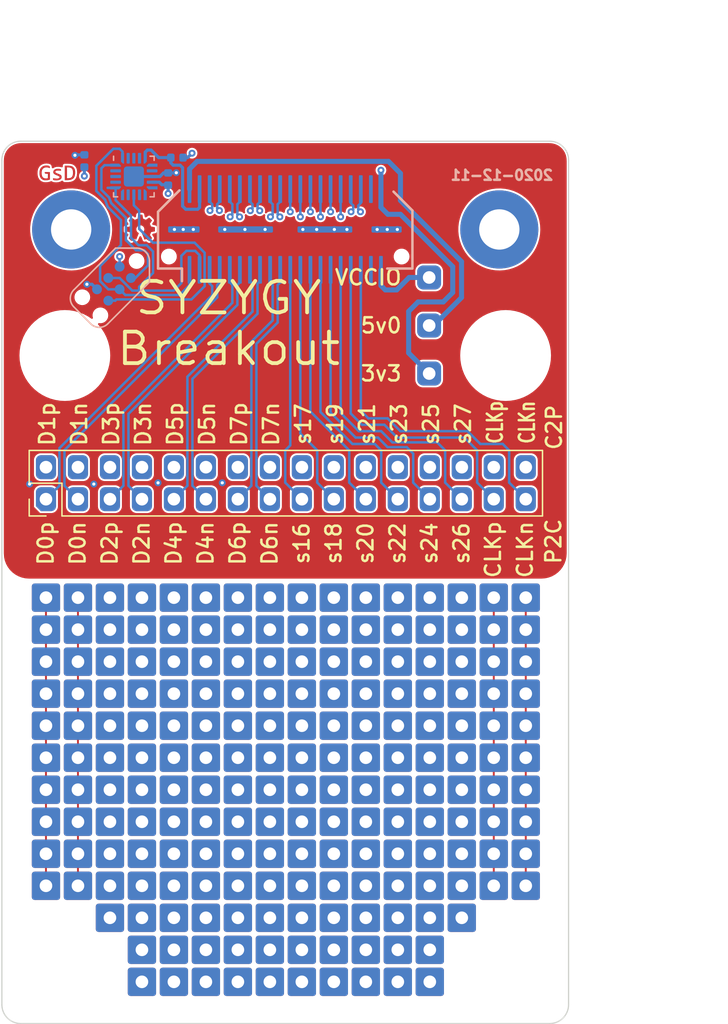
<source format=kicad_pcb>
(kicad_pcb (version 20201116) (generator pcbnew)
  (title_block (title "CAN Breakout") (date "2020-05-26") (rev "r1.0") (comment 1 "SYZYGY Pod"))
  (layers (0 "F.Cu" signal) (1 "In1.Cu" power) (2 "In2.Cu" signal) (31 "B.Cu" signal) (34 "B.Paste" user) (35 "F.Paste" user) (36 "B.SilkS" user "B.Silkscreen") (37 "F.SilkS" user "F.Silkscreen") (38 "B.Mask" user) (39 "F.Mask" user) (44 "Edge.Cuts" user))
  (net 0 "")
  (net 1 "GND")
  (net 2 "+3V3")
  (net 3 "/Peripheral MCU/MISO")
  (net 4 "/Peripheral MCU/~RESET")
  (net 5 "/SCL")
  (net 6 "/SDA")
  (net 7 "/RGA")
  (net 8 "/D0_P")
  (net 9 "/D1_P")
  (net 10 "/D0_N")
  (net 11 "/D1_N")
  (net 12 "/D2_P")
  (net 13 "/D3_P")
  (net 14 "/D2_N")
  (net 15 "+5V")
  (net 16 "/D3_N")
  (net 17 "/D4_P")
  (net 18 "/D5_P")
  (net 19 "/D4_N")
  (net 20 "/D5_N")
  (net 21 "/D6_P")
  (net 22 "/D7_P")
  (net 23 "/D6_N")
  (net 24 "/D7_N")
  (net 25 "/S16")
  (net 26 "/S17")
  (net 27 "/S18")
  (net 28 "/S19")
  (net 29 "/S20")
  (net 30 "/S21")
  (net 31 "/S22")
  (net 32 "/S23")
  (net 33 "/S24")
  (net 34 "/S25")
  (net 35 "/S26")
  (net 36 "/S27")
  (net 37 "/P2C_CLK_P")
  (net 38 "/C2P_CLK_P")
  (net 39 "/P2C_CLK_N")
  (net 40 "/C2P_CLK_N")
  (net 41 "no_connect_55")
  (net 42 "no_connect_56")
  (net 43 "no_connect_51")
  (net 44 "no_connect_52")
  (net 45 "no_connect_53")
  (net 46 "no_connect_54")
  (net 47 "Net-(U2-Pad2)")
  (net 48 "Net-(U2-Pad3)")
  (net 49 "Net-(U2-Pad4)")
  (net 50 "Net-(U2-Pad11)")
  (net 51 "Net-(U2-Pad12)")
  (net 52 "Net-(U2-Pad14)")
  (net 53 "Net-(U2-Pad15)")
  (net 54 "Net-(J1-Pad37)")
  (net 55 "Net-(J1-Pad38)")
  (net 56 "/VCCIO")
  (footprint "Connector_PinHeader_1.00mm:PinHeader_1x01_P1.00mm_Vertical" (layer "F.Cu") (at 126.24 117.41)
    (fp_text reference "" hide)
    (fp_text value "" hide)
  )
  (footprint "Connector_PinHeader_2.54mm:PinHeader_1x01_P2.54mm_Vertical" (layer "F.Cu") (at 141.43 92.01)
    (fp_text reference "J6" hide)
    (fp_text value "Conn_01x01_Male" hide)
  )
  (footprint "Connector_PinHeader_1.00mm:PinHeader_1x01_P1.00mm_Vertical" (layer "F.Cu") (at 138.94 119.95)
    (fp_text reference "" hide)
    (fp_text value "" hide)
  )
  (footprint "Connector_PinHeader_1.00mm:PinHeader_1x01_P1.00mm_Vertical" (layer "F.Cu") (at 131.32 137.73)
    (fp_text reference "" hide)
    (fp_text value "" hide)
  )
  (footprint "Connector_PinHeader_1.00mm:PinHeader_1x01_P1.00mm_Vertical" (layer "F.Cu") (at 149.1 132.65)
    (fp_text reference "" hide)
    (fp_text value "" hide)
  )
  (footprint "Connector_PinHeader_1.00mm:PinHeader_1x01_P1.00mm_Vertical" (layer "F.Cu") (at 138.94 142.81)
    (fp_text reference "" hide)
    (fp_text value "" hide)
  )
  (footprint "Connector_PinHeader_1.00mm:PinHeader_1x01_P1.00mm_Vertical" (layer "F.Cu") (at 121.16 130.11)
    (fp_text reference "" hide)
    (fp_text value "" hide)
  )
  (footprint "Connector_PinHeader_1.00mm:PinHeader_1x01_P1.00mm_Vertical" (layer "F.Cu") (at 144.02 140.27)
    (fp_text reference "" hide)
    (fp_text value "" hide)
  )
  (footprint "Connector_PinHeader_1.00mm:PinHeader_1x01_P1.00mm_Vertical" (layer "F.Cu") (at 141.48 145.35)
    (fp_text reference "" hide)
    (fp_text value "" hide)
  )
  (footprint "Connector_PinHeader_1.00mm:PinHeader_1x01_P1.00mm_Vertical" (layer "F.Cu") (at 123.7 145.35)
    (fp_text reference "" hide)
    (fp_text value "" hide)
  )
  (footprint "Connector_PinHeader_1.00mm:PinHeader_1x01_P1.00mm_Vertical" (layer "F.Cu") (at 111 137.73)
    (fp_text reference "" hide)
    (fp_text value "" hide)
  )
  (footprint "Connector_PinHeader_1.00mm:PinHeader_1x01_P1.00mm_Vertical" (layer "F.Cu") (at 128.78 130.11)
    (fp_text reference "" hide)
    (fp_text value "" hide)
  )
  (footprint "Connector_PinHeader_1.00mm:PinHeader_1x01_P1.00mm_Vertical" (layer "F.Cu") (at 116.08 122.49)
    (fp_text reference "" hide)
    (fp_text value "" hide)
  )
  (footprint "Connector_PinHeader_1.00mm:PinHeader_1x01_P1.00mm_Vertical" (layer "F.Cu") (at 113.54 125.03)
    (fp_text reference "" hide)
    (fp_text value "" hide)
  )
  (footprint "Connector_PinHeader_1.00mm:PinHeader_1x01_P1.00mm_Vertical" (layer "F.Cu") (at 141.48 125.03)
    (fp_text reference "" hide)
    (fp_text value "" hide)
  )
  (footprint "Connector_PinHeader_1.00mm:PinHeader_1x01_P1.00mm_Vertical" (layer "F.Cu") (at 146.56 117.41)
    (fp_text reference "" hide)
    (fp_text value "" hide)
  )
  (footprint "Connector_PinHeader_1.00mm:PinHeader_1x01_P1.00mm_Vertical" (layer "F.Cu") (at 133.86 122.49)
    (fp_text reference "" hide)
    (fp_text value "" hide)
  )
  (footprint "Connector_PinHeader_1.00mm:PinHeader_1x01_P1.00mm_Vertical" (layer "F.Cu") (at 138.94 117.41)
    (fp_text reference "" hide)
    (fp_text value "" hide)
  )
  (footprint "Connector_PinHeader_1.00mm:PinHeader_1x01_P1.00mm_Vertical" (layer "F.Cu") (at 136.4 132.65)
    (fp_text reference "" hide)
    (fp_text value "" hide)
  )
  (footprint "Connector_PinHeader_1.00mm:PinHeader_1x01_P1.00mm_Vertical" (layer "F.Cu") (at 123.7 130.11)
    (fp_text reference "" hide)
    (fp_text value "" hide)
  )
  (footprint "Connector_PinHeader_1.00mm:PinHeader_1x01_P1.00mm_Vertical" (layer "F.Cu") (at 111 135.19)
    (fp_text reference "" hide)
    (fp_text value "" hide)
  )
  (footprint "Connector_PinHeader_1.00mm:PinHeader_1x01_P1.00mm_Vertical" (layer "F.Cu") (at 123.7 122.49)
    (fp_text reference "" hide)
    (fp_text value "" hide)
  )
  (footprint "Connector_PinHeader_1.00mm:PinHeader_1x01_P1.00mm_Vertical" (layer "F.Cu") (at 116.08 130.11)
    (fp_text reference "" hide)
    (fp_text value "" hide)
  )
  (footprint "Connector_PinHeader_1.00mm:PinHeader_1x01_P1.00mm_Vertical" (layer "F.Cu") (at 141.48 142.81)
    (fp_text reference "" hide)
    (fp_text value "" hide)
  )
  (footprint "Connector_PinHeader_1.00mm:PinHeader_1x01_P1.00mm_Vertical" (layer "F.Cu") (at 123.7 119.95)
    (fp_text reference "" hide)
    (fp_text value "" hide)
  )
  (footprint "Connector_PinHeader_1.00mm:PinHeader_1x01_P1.00mm_Vertical" (layer "F.Cu") (at 138.94 135.19)
    (fp_text reference "" hide)
    (fp_text value "" hide)
  )
  (footprint "Connector_PinHeader_1.00mm:PinHeader_1x01_P1.00mm_Vertical" (layer "F.Cu") (at 144.02 127.57)
    (fp_text reference "" hide)
    (fp_text value "" hide)
  )
  (footprint "Connector_PinHeader_1.00mm:PinHeader_1x01_P1.00mm_Vertical" (layer "F.Cu") (at 121.16 117.41)
    (fp_text reference "" hide)
    (fp_text value "" hide)
  )
  (footprint "Connector_PinHeader_1.00mm:PinHeader_1x01_P1.00mm_Vertical" (layer "F.Cu") (at 131.32 130.11)
    (fp_text reference "" hide)
    (fp_text value "" hide)
  )
  (footprint "Connector_PinHeader_1.00mm:PinHeader_1x01_P1.00mm_Vertical" (layer "F.Cu") (at 121.16 137.73)
    (fp_text reference "" hide)
    (fp_text value "" hide)
  )
  (footprint "Connector_PinHeader_1.00mm:PinHeader_1x01_P1.00mm_Vertical" (layer "F.Cu") (at 123.7 125.03)
    (fp_text reference "" hide)
    (fp_text value "" hide)
  )
  (footprint "Connector_PinHeader_1.00mm:PinHeader_1x01_P1.00mm_Vertical" (layer "F.Cu") (at 118.62 137.73)
    (fp_text reference "" hide)
    (fp_text value "" hide)
  )
  (footprint "Connector_PinHeader_1.00mm:PinHeader_1x01_P1.00mm_Vertical" (layer "F.Cu") (at 126.24 130.11)
    (fp_text reference "" hide)
    (fp_text value "" hide)
  )
  (footprint "Connector_PinHeader_1.00mm:PinHeader_1x01_P1.00mm_Vertical" (layer "F.Cu") (at 136.4 125.03)
    (fp_text reference "" hide)
    (fp_text value "" hide)
  )
  (footprint "Connector_PinHeader_1.00mm:PinHeader_1x01_P1.00mm_Vertical" (layer "F.Cu") (at 131.32 140.27)
    (fp_text reference "" hide)
    (fp_text value "" hide)
  )
  (footprint "Connector_PinHeader_1.00mm:PinHeader_1x01_P1.00mm_Vertical" (layer "F.Cu") (at 141.48 137.73)
    (fp_text reference "" hide)
    (fp_text value "" hide)
  )
  (footprint "Connector_PinHeader_1.00mm:PinHeader_1x01_P1.00mm_Vertical" (layer "F.Cu") (at 146.56 130.11)
    (fp_text reference "" hide)
    (fp_text value "" hide)
  )
  (footprint "Connector_PinHeader_1.00mm:PinHeader_1x01_P1.00mm_Vertical" (layer "F.Cu") (at 144.02 130.11)
    (fp_text reference "" hide)
    (fp_text value "" hide)
  )
  (footprint "MountingHole:MountingHole_3.2mm_M3_DIN965" (layer "F.Cu") (at 147.5 98.2 90)
    (fp_text reference "H2" hide)
    (fp_text value "MountingHole" hide)
  )
  (footprint "Connector_PinHeader_1.00mm:PinHeader_1x01_P1.00mm_Vertical" (layer "F.Cu") (at 149.1 119.95)
    (fp_text reference "" hide)
    (fp_text value "" hide)
  )
  (footprint "Connector_PinHeader_1.00mm:PinHeader_1x01_P1.00mm_Vertical" (layer "F.Cu") (at 121.16 122.49)
    (fp_text reference "" hide)
    (fp_text value "" hide)
  )
  (footprint "MountingHole:MountingHole_3.2mm_M3_DIN965" (layer "F.Cu") (at 112.4 146.2 90)
    (fp_text reference "H3" hide)
    (fp_text value "MountingHole" hide)
  )
  (footprint "Connector_PinHeader_1.00mm:PinHeader_1x01_P1.00mm_Vertical" (layer "F.Cu") (at 131.32 145.35)
    (fp_text reference "" hide)
    (fp_text value "" hide)
  )
  (footprint "Connector_PinHeader_1.00mm:PinHeader_1x01_P1.00mm_Vertical" (layer "F.Cu") (at 111 132.65)
    (fp_text reference "" hide)
    (fp_text value "" hide)
  )
  (footprint "Connector_PinHeader_1.00mm:PinHeader_1x01_P1.00mm_Vertical" (layer "F.Cu") (at 136.4 122.49)
    (fp_text reference "" hide)
    (fp_text value "" hide)
  )
  (footprint "Connector_PinHeader_1.00mm:PinHeader_1x01_P1.00mm_Vertical" (layer "F.Cu") (at 118.62 135.19)
    (fp_text reference "" hide)
    (fp_text value "" hide)
  )
  (footprint "Connector_PinHeader_1.00mm:PinHeader_1x01_P1.00mm_Vertical" (layer "F.Cu") (at 116.08 142.81)
    (fp_text reference "" hide)
    (fp_text value "" hide)
  )
  (footprint "Connector_PinHeader_1.00mm:PinHeader_1x01_P1.00mm_Vertical" (layer "F.Cu") (at 128.78 140.27)
    (fp_text reference "" hide)
    (fp_text value "" hide)
  )
  (footprint "Connector_PinHeader_1.00mm:PinHeader_1x01_P1.00mm_Vertical" (layer "F.Cu") (at 136.4 140.27)
    (fp_text reference "" hide)
    (fp_text value "" hide)
  )
  (footprint "MountingHole:MountingHole_3.2mm_M3_DIN965" (layer "F.Cu") (at 112.5 98.2 90)
    (fp_text reference "H1" hide)
    (fp_text value "MountingHole" hide)
  )
  (footprint "Connector_PinHeader_1.00mm:PinHeader_1x01_P1.00mm_Vertical" (layer "F.Cu") (at 128.78 122.49)
    (fp_text reference "" hide)
    (fp_text value "" hide)
  )
  (footprint "Connector_PinHeader_1.00mm:PinHeader_1x01_P1.00mm_Vertical" (layer "F.Cu") (at 128.78 117.41)
    (fp_text reference "" hide)
    (fp_text value "" hide)
  )
  (footprint "Connector_PinHeader_1.00mm:PinHeader_1x01_P1.00mm_Vertical" (layer "F.Cu") (at 149.1 135.19)
    (fp_text reference "" hide)
    (fp_text value "" hide)
  )
  (footprint "Connector_PinHeader_1.00mm:PinHeader_1x01_P1.00mm_Vertical" (layer "F.Cu") (at 128.78 137.73)
    (fp_text reference "" hide)
    (fp_text value "" hide)
  )
  (footprint "Connector_PinHeader_1.00mm:PinHeader_1x01_P1.00mm_Vertical" (layer "F.Cu") (at 141.48 117.41)
    (fp_text reference "" hide)
    (fp_text value "" hide)
  )
  (footprint "Connector_PinHeader_1.00mm:PinHeader_1x01_P1.00mm_Vertical" (layer "F.Cu") (at 118.62 117.41)
    (fp_text reference "" hide)
    (fp_text value "" hide)
  )
  (footprint "Connector_PinHeader_1.00mm:PinHeader_1x01_P1.00mm_Vertical" (layer "F.Cu") (at 123.7 142.81)
    (fp_text reference "" hide)
    (fp_text value "" hide)
  )
  (footprint "Connector_PinHeader_1.00mm:PinHeader_1x01_P1.00mm_Vertical" (layer "F.Cu") (at 113.54 127.57)
    (fp_text reference "" hide)
    (fp_text value "" hide)
  )
  (footprint "Connector_PinHeader_1.00mm:PinHeader_1x01_P1.00mm_Vertical" (layer "F.Cu") (at 126.24 137.73)
    (fp_text reference "" hide)
    (fp_text value "" hide)
  )
  (footprint "Connector_PinHeader_1.00mm:PinHeader_1x01_P1.00mm_Vertical" (layer "F.Cu") (at 123.7 132.65)
    (fp_text reference "" hide)
    (fp_text value "" hide)
  )
  (footprint "Connector_PinHeader_1.00mm:PinHeader_1x01_P1.00mm_Vertical" (layer "F.Cu") (at 118.62 125.03)
    (fp_text reference "" hide)
    (fp_text value "" hide)
  )
  (footprint "Connector_PinHeader_1.00mm:PinHeader_1x01_P1.00mm_Vertical" (layer "F.Cu") (at 118.62 142.81)
    (fp_text reference "" hide)
    (fp_text value "" hide)
  )
  (footprint "Connector_PinHeader_1.00mm:PinHeader_1x01_P1.00mm_Vertical" (layer "F.Cu") (at 146.56 119.95)
    (fp_text reference "" hide)
    (fp_text value "" hide)
  )
  (footprint "Connector_PinHeader_1.00mm:PinHeader_1x01_P1.00mm_Vertical" (layer "F.Cu") (at 126.24 140.27)
    (fp_text reference "" hide)
    (fp_text value "" hide)
  )
  (footprint "Connector_PinHeader_1.00mm:PinHeader_1x01_P1.00mm_Vertical" (layer "F.Cu") (at 146.56 125.03)
    (fp_text reference "" hide)
    (fp_text value "" hide)
  )
  (footprint "Connector_PinHeader_1.00mm:PinHeader_1x01_P1.00mm_Vertical" (layer "F.Cu") (at 111 117.41)
    (fp_text reference "" hide)
    (fp_text value "" hide)
  )
  (footprint "Connector_PinHeader_1.00mm:PinHeader_1x01_P1.00mm_Vertical" (layer "F.Cu") (at 126.24 132.65)
    (fp_text reference "" hide)
    (fp_text value "" hide)
  )
  (footprint "Connector_PinHeader_1.00mm:PinHeader_1x01_P1.00mm_Vertical" (layer "F.Cu") (at 131.32 117.41)
    (fp_text reference "" hide)
    (fp_text value "" hide)
  )
  (footprint "Connector_PinHeader_1.00mm:PinHeader_1x01_P1.00mm_Vertical" (layer "F.Cu") (at 126.24 122.49)
    (fp_text reference "" hide)
    (fp_text value "" hide)
  )
  (footprint "Connector_PinHeader_1.00mm:PinHeader_1x01_P1.00mm_Vertical" (layer "F.Cu") (at 116.08 117.41)
    (fp_text reference "" hide)
    (fp_text value "" hide)
  )
  (footprint "Connector_PinHeader_1.00mm:PinHeader_1x01_P1.00mm_Vertical" (layer "F.Cu") (at 138.94 137.73)
    (fp_text reference "" hide)
    (fp_text value "" hide)
  )
  (footprint "Connector_PinHeader_1.00mm:PinHeader_1x01_P1.00mm_Vertical" (layer "F.Cu") (at 118.62 122.49)
    (fp_text reference "" hide)
    (fp_text value "" hide)
  )
  (footprint "Connector_PinHeader_1.00mm:PinHeader_1x01_P1.00mm_Vertical" (layer "F.Cu") (at 118.62 147.89)
    (fp_text reference "" hide)
    (fp_text value "" hide)
  )
  (footprint "Connector_PinHeader_1.00mm:PinHeader_1x01_P1.00mm_Vertical" (layer "F.Cu") (at 133.86 140.27)
    (fp_text reference "" hide)
    (fp_text value "" hide)
  )
  (footprint "Connector_PinHeader_1.00mm:PinHeader_1x01_P1.00mm_Vertical" (layer "F.Cu") (at 121.16 142.81)
    (fp_text reference "" hide)
    (fp_text value "" hide)
  )
  (footprint "Connector_PinHeader_1.00mm:PinHeader_1x01_P1.00mm_Vertical" (layer "F.Cu") (at 126.24 119.95)
    (fp_text reference "" hide)
    (fp_text value "" hide)
  )
  (footprint "Connector_PinHeader_1.00mm:PinHeader_1x01_P1.00mm_Vertical" (layer "F.Cu") (at 123.7 140.27)
    (fp_text reference "" hide)
    (fp_text value "" hide)
  )
  (footprint "Connector_PinHeader_1.00mm:PinHeader_1x01_P1.00mm_Vertical" (layer "F.Cu") (at 144.02 125.03)
    (fp_text reference "" hide)
    (fp_text value "" hide)
  )
  (footprint "Connector_PinHeader_1.00mm:PinHeader_1x01_P1.00mm_Vertical" (layer "F.Cu") (at 131.32 122.49)
    (fp_text reference "" hide)
    (fp_text value "" hide)
  )
  (footprint "gkl_logos:gsd_logo_small" (layer "F.Cu") (at 111.9 83.8)
    (fp_text reference "G***" hide)
    (fp_text value "LOGO" hide)
  )
  (footprint "Connector_PinHeader_1.00mm:PinHeader_1x01_P1.00mm_Vertical" (layer "F.Cu") (at 118.62 140.27)
    (fp_text reference "" hide)
    (fp_text value "" hide)
  )
  (footprint "Connector_PinHeader_1.00mm:PinHeader_1x01_P1.00mm_Vertical" (layer "F.Cu") (at 131.32 142.81)
    (fp_text reference "" hide)
    (fp_text value "" hide)
  )
  (footprint "Connector_PinHeader_1.00mm:PinHeader_1x01_P1.00mm_Vertical" (layer "F.Cu") (at 146.56 127.57)
    (fp_text reference "" hide)
    (fp_text value "" hide)
  )
  (footprint "Connector_PinHeader_1.00mm:PinHeader_1x01_P1.00mm_Vertical" (layer "F.Cu") (at 133.86 137.73)
    (fp_text reference "" hide)
    (fp_text value "" hide)
  )
  (footprint "Connector_PinHeader_1.00mm:PinHeader_1x01_P1.00mm_Vertical" (layer "F.Cu") (at 116.08 140.27)
    (fp_text reference "" hide)
    (fp_text value "" hide)
  )
  (footprint "Connector_PinHeader_1.00mm:PinHeader_1x01_P1.00mm_Vertical" (layer "F.Cu") (at 131.32 119.95)
    (fp_text reference "" hide)
    (fp_text value "" hide)
  )
  (footprint "Connector_PinHeader_1.00mm:PinHeader_1x01_P1.00mm_Vertical" (layer "F.Cu") (at 133.86 142.81)
    (fp_text reference "" hide)
    (fp_text value "" hide)
  )
  (footprint "Connector_PinHeader_1.00mm:PinHeader_1x01_P1.00mm_Vertical" (layer "F.Cu") (at 111 119.95)
    (fp_text reference "" hide)
    (fp_text value "" hide)
  )
  (footprint "Connector_PinHeader_1.00mm:PinHeader_1x01_P1.00mm_Vertical" (layer "F.Cu") (at 123.7 147.89)
    (fp_text reference "" hide)
    (fp_text value "" hide)
  )
  (footprint "Connector_PinHeader_1.00mm:PinHeader_1x01_P1.00mm_Vertical" (layer "F.Cu") (at 138.94 140.27)
    (fp_text reference "" hide)
    (fp_text value "" hide)
  )
  (footprint "Connector_PinHeader_1.00mm:PinHeader_1x01_P1.00mm_Vertical" (layer "F.Cu") (at 121.16 145.35)
    (fp_text reference "" hide)
    (fp_text value "" hide)
  )
  (footprint "Connector_PinHeader_1.00mm:PinHeader_1x01_P1.00mm_Vertical" (layer "F.Cu") (at 136.4 145.35)
    (fp_text reference "" hide)
    (fp_text value "" hide)
  )
  (footprint "Connector_PinHeader_1.00mm:PinHeader_1x01_P1.00mm_Vertical" (layer "F.Cu") (at 141.48 130.11)
    (fp_text reference "" hide)
    (fp_text value "" hide)
  )
  (footprint "Connector_PinHeader_1.00mm:PinHeader_1x01_P1.00mm_Vertical" (layer "F.Cu") (at 113.54 137.73)
    (fp_text reference "" hide)
    (fp_text value "" hide)
  )
  (footprint "Connector_PinHeader_1.00mm:PinHeader_1x01_P1.00mm_Vertical" (layer "F.Cu") (at 133.86 147.89)
    (fp_text reference "" hide)
    (fp_text value "" hide)
  )
  (footprint "Connector_PinHeader_1.00mm:PinHeader_1x01_P1.00mm_Vertical" (layer "F.Cu") (at 146.56 122.49)
    (fp_text reference "" hide)
    (fp_text value "" hide)
  )
  (footprint "Connector_PinHeader_1.00mm:PinHeader_1x01_P1.00mm_Vertical" (layer "F.Cu") (at 131.32 125.03)
    (fp_text reference "" hide)
    (fp_text value "" hide)
  )
  (footprint "Connector_PinHeader_1.00mm:PinHeader_1x01_P1.00mm_Vertical" (layer "F.Cu") (at 116.08 119.95)
    (fp_text reference "" hide)
    (fp_text value "" hide)
  )
  (footprint "Connector_PinHeader_1.00mm:PinHeader_1x01_P1.00mm_Vertical" (layer "F.Cu") (at 128.78 119.95)
    (fp_text reference "" hide)
    (fp_text value "" hide)
  )
  (footprint "Connector_PinHeader_1.00mm:PinHeader_1x01_P1.00mm_Vertical" (layer "F.Cu") (at 144.02 119.95)
    (fp_text reference "" hide)
    (fp_text value "" hide)
  )
  (footprint "Connector_PinHeader_1.00mm:PinHeader_1x01_P1.00mm_Vertical" (layer "F.Cu") (at 116.08 135.19)
    (fp_text reference "" hide)
    (fp_text value "" hide)
  )
  (footprint "Connector_PinHeader_1.00mm:PinHeader_1x01_P1.00mm_Vertical" (layer "F.Cu") (at 138.94 127.57)
    (fp_text reference "" hide)
    (fp_text value "" hide)
  )
  (footprint "Connector_PinHeader_1.00mm:PinHeader_1x01_P1.00mm_Vertical" (layer "F.Cu") (at 136.4 119.95)
    (fp_text reference "" hide)
    (fp_text value "" hide)
  )
  (footprint "Connector_PinHeader_1.00mm:PinHeader_1x01_P1.00mm_Vertical" (layer "F.Cu") (at 113.54 135.19)
    (fp_text reference "" hide)
    (fp_text value "" hide)
  )
  (footprint "Connector_PinHeader_1.00mm:PinHeader_1x01_P1.00mm_Vertical" (layer "F.Cu") (at 111 127.57)
    (fp_text reference "" hide)
    (fp_text value "" hide)
  )
  (footprint "Connector_PinHeader_1.00mm:PinHeader_1x01_P1.00mm_Vertical" (layer "F.Cu") (at 133.86 125.03)
    (fp_text reference "" hide)
    (fp_text value "" hide)
  )
  (footprint "Connector_PinHeader_1.00mm:PinHeader_1x01_P1.00mm_Vertical" (layer "F.Cu") (at 116.08 137.73)
    (fp_text reference "" hide)
    (fp_text value "" hide)
  )
  (footprint "Connector_PinHeader_1.00mm:PinHeader_1x01_P1.00mm_Vertical" (layer "F.Cu") (at 113.54 140.27)
    (fp_text reference "" hide)
    (fp_text value "" hide)
  )
  (footprint "Connector_PinHeader_1.00mm:PinHeader_1x01_P1.00mm_Vertical" (layer "F.Cu") (at 123.7 135.19)
    (fp_text reference "" hide)
    (fp_text value "" hide)
  )
  (footprint "Connector_PinHeader_1.00mm:PinHeader_1x01_P1.00mm_Vertical" (layer "F.Cu") (at 133.86 117.41)
    (fp_text reference "" hide)
    (fp_text value "" hide)
  )
  (footprint "Connector_PinHeader_1.00mm:PinHeader_1x01_P1.00mm_Vertical" (layer "F.Cu") (at 141.48 119.95)
    (fp_text reference "" hide)
    (fp_text value "" hide)
  )
  (footprint "Connector_PinHeader_1.00mm:PinHeader_1x01_P1.00mm_Vertical" (layer "F.Cu") (at 136.4 117.41)
    (fp_text reference "" hide)
    (fp_text value "" hide)
  )
  (footprint "Connector_PinHeader_1.00mm:PinHeader_1x01_P1.00mm_Vertical" (layer "F.Cu") (at 116.08 127.57)
    (fp_text reference "" hide)
    (fp_text value "" hide)
  )
  (footprint "Connector_PinHeader_1.00mm:PinHeader_1x01_P1.00mm_Vertical" (layer "F.Cu") (at 146.56 142.81)
    (fp_text reference "" hide)
    (fp_text value "" hide)
  )
  (footprint "Connector_PinHeader_1.00mm:PinHeader_1x01_P1.00mm_Vertical" (layer "F.Cu") (at 138.94 145.35)
    (fp_text reference "" hide)
    (fp_text value "" hide)
  )
  (footprint "Connector_PinHeader_1.00mm:PinHeader_1x01_P1.00mm_Vertical" (layer "F.Cu") (at 136.4 127.57)
    (fp_text reference "" hide)
    (fp_text value "" hide)
  )
  (footprint "Connector_PinHeader_1.00mm:PinHeader_1x01_P1.00mm_Vertical" (layer "F.Cu") (at 121.16 140.27)
    (fp_text reference "" hide)
    (fp_text value "" hide)
  )
  (footprint "Connector_PinHeader_1.00mm:PinHeader_1x01_P1.00mm_Vertical" (layer "F.Cu") (at 136.4 130.11)
    (fp_text reference "" hide)
    (fp_text value "" hide)
  )
  (footprint "Connector_PinHeader_1.00mm:PinHeader_1x01_P1.00mm_Vertical" (layer "F.Cu") (at 149.1 130.11)
    (fp_text reference "" hide)
    (fp_text value "" hide)
  )
  (footprint "Connector_PinHeader_1.00mm:PinHeader_1x01_P1.00mm_Vertical" (layer "F.Cu") (at 123.7 137.73)
    (fp_text reference "" hide)
    (fp_text value "" hide)
  )
  (footprint "Connector_PinHeader_1.00mm:PinHeader_1x01_P1.00mm_Vertical" (layer "F.Cu") (at 123.7 127.57)
    (fp_text reference "" hide)
    (fp_text value "" hide)
  )
  (footprint "Connector_PinHeader_1.00mm:PinHeader_1x01_P1.00mm_Vertical" (layer "F.Cu") (at 146.56 137.73)
    (fp_text reference "" hide)
    (fp_text value "" hide)
  )
  (footprint "Connector_PinHeader_1.00mm:PinHeader_1x01_P1.00mm_Vertical" (layer "F.Cu") (at 149.1 140.27)
    (fp_text reference "" hide)
    (fp_text value "" hide)
  )
  (footprint "Connector_PinHeader_1.00mm:PinHeader_1x01_P1.00mm_Vertical" (layer "F.Cu") (at 133.86 135.19)
    (fp_text reference "" hide)
    (fp_text value "" hide)
  )
  (footprint "Connector_PinHeader_1.00mm:PinHeader_1x01_P1.00mm_Vertical" (layer "F.Cu") (at 138.94 147.89)
    (fp_text reference "" hide)
    (fp_text value "" hide)
  )
  (footprint "Connector_PinHeader_1.00mm:PinHeader_1x01_P1.00mm_Vertical" (layer "F.Cu") (at 133.86 127.57)
    (fp_text reference "" hide)
    (fp_text value "" hide)
  )
  (footprint "Connector_PinHeader_1.00mm:PinHeader_1x01_P1.00mm_Vertical" (layer "F.Cu") (at 149.1 137.73)
    (fp_text reference "" hide)
    (fp_text value "" hide)
  )
  (footprint "Connector_PinHeader_1.00mm:PinHeader_1x01_P1.00mm_Vertical" (layer "F.Cu") (at 138.94 122.49)
    (fp_text reference "" hide)
    (fp_text value "" hide)
  )
  (footprint "Connector_PinHeader_1.00mm:PinHeader_1x01_P1.00mm_Vertical" (layer "F.Cu") (at 128.78 147.89)
    (fp_text reference "" hide)
    (fp_text value "" hide)
  )
  (footprint "MountingHole:MountingHole_3.2mm_M3_DIN965" (layer "F.Cu") (at 147.5 146.2 90)
    (fp_text reference "H4" hide)
    (fp_text value "MountingHole" hide)
  )
  (footprint "Connector_PinHeader_1.00mm:PinHeader_1x01_P1.00mm_Vertical" (layer "F.Cu") (at 131.32 127.57)
    (fp_text reference "" hide)
    (fp_text value "" hide)
  )
  (footprint "Connector_PinHeader_1.00mm:PinHeader_1x01_P1.00mm_Vertical" (layer "F.Cu") (at 141.48 122.49)
    (fp_text reference "" hide)
    (fp_text value "" hide)
  )
  (footprint "Connector_PinHeader_1.00mm:PinHeader_1x01_P1.00mm_Vertical" (layer "F.Cu") (at 128.78 142.81)
    (fp_text reference "" hide)
    (fp_text value "" hide)
  )
  (footprint "Connector_PinHeader_1.00mm:PinHeader_1x01_P1.00mm_Vertical" (layer "F.Cu") (at 126.24 127.57)
    (fp_text reference "" hide)
    (fp_text value "" hide)
  )
  (footprint "Connector_PinHeader_1.00mm:PinHeader_1x01_P1.00mm_Vertical" (layer "F.Cu") (at 138.94 125.03)
    (fp_text reference "" hide)
    (fp_text value "" hide)
  )
  (footprint "Connector_PinHeader_1.00mm:PinHeader_1x01_P1.00mm_Vertical" (layer "F.Cu") (at 141.48 140.27)
    (fp_text reference "" hide)
    (fp_text value "" hide)
  )
  (footprint "Connector_PinHeader_1.00mm:PinHeader_1x01_P1.00mm_Vertical" (layer "F.Cu") (at 149.1 125.03)
    (fp_text reference "" hide)
    (fp_text value "" hide)
  )
  (footprint "Connector_PinHeader_1.00mm:PinHeader_1x01_P1.00mm_Vertical" (layer "F.Cu") (at 131.32 135.19)
    (fp_text reference "" hide)
    (fp_text value "" hide)
  )
  (footprint "Connector_PinHeader_1.00mm:PinHeader_1x01_P1.00mm_Vertical" (layer "F.Cu") (at 144.02 135.19)
    (fp_text reference "" hide)
    (fp_text value "" hide)
  )
  (footprint "Connector_PinHeader_1.00mm:PinHeader_1x01_P1.00mm_Vertical" (layer "F.Cu") (at 149.1 117.41)
    (fp_text reference "" hide)
    (fp_text value "" hide)
  )
  (footprint "Connector_PinHeader_1.00mm:PinHeader_1x01_P1.00mm_Vertical" (layer "F.Cu") (at 136.4 142.81)
    (fp_text reference "" hide)
    (fp_text value "" hide)
  )
  (footprint "Connector_PinHeader_1.00mm:PinHeader_1x01_P1.00mm_Vertical" (layer "F.Cu") (at 111 125.03)
    (fp_text reference "" hide)
    (fp_text value "" hide)
  )
  (footprint "Connector_PinHeader_1.00mm:PinHeader_1x01_P1.00mm_Vertical" (layer "F.Cu") (at 113.54 122.49)
    (fp_text reference "" hide)
    (fp_text value "" hide)
  )
  (footprint "Connector_PinHeader_1.00mm:PinHeader_1x01_P1.00mm_Vertical" (layer "F.Cu") (at 136.4 137.73)
    (fp_text reference "" hide)
    (fp_text value "" hide)
  )
  (footprint "Connector_PinHeader_1.00mm:PinHeader_1x01_P1.00mm_Vertical" (layer "F.Cu") (at 133.86 145.35)
    (fp_text reference "" hide)
    (fp_text value "" hide)
  )
  (footprint "Connector_PinHeader_1.00mm:PinHeader_1x01_P1.00mm_Vertical" (layer "F.Cu") (at 121.16 132.65)
    (fp_text reference "" hide)
    (fp_text value "" hide)
  )
  (footprint "Connector_PinHeader_1.00mm:PinHeader_1x01_P1.00mm_Vertical" (layer "F.Cu") (at 116.08 132.65)
    (fp_text reference "" hide)
    (fp_text value "" hide)
  )
  (footprint "Connector_PinHeader_1.00mm:PinHeader_1x01_P1.00mm_Vertical" (layer "F.Cu") (at 116.08 125.03)
    (fp_text reference "" hide)
    (fp_text value "" hide)
  )
  (footprint "Connector_PinHeader_1.00mm:PinHeader_1x01_P1.00mm_Vertical" (layer "F.Cu") (at 128.78 132.65)
    (fp_text reference "" hide)
    (fp_text value "" hide)
  )
  (footprint "Connector_PinHeader_1.00mm:PinHeader_1x01_P1.00mm_Vertical" (layer "F.Cu") (at 118.62 130.11)
    (fp_text reference "" hide)
    (fp_text value "" hide)
  )
  (footprint "Connector_PinHeader_1.00mm:PinHeader_1x01_P1.00mm_Vertical" (layer "F.Cu") (at 118.62 132.65)
    (fp_text reference "" hide)
    (fp_text value "" hide)
  )
  (footprint "Connector_PinHeader_1.00mm:PinHeader_1x01_P1.00mm_Vertical" (layer "F.Cu") (at 111 130.11)
    (fp_text reference "" hide)
    (fp_text value "" hide)
  )
  (footprint "Connector_PinHeader_1.00mm:PinHeader_1x01_P1.00mm_Vertical" (layer "F.Cu") (at 146.56 135.19)
    (fp_text reference "" hide)
    (fp_text value "" hide)
  )
  (footprint "Connector_PinHeader_1.00mm:PinHeader_1x01_P1.00mm_Vertical" (layer "F.Cu") (at 141.48 127.57)
    (fp_text reference "" hide)
    (fp_text value "" hide)
  )
  (footprint "Connector_PinHeader_1.00mm:PinHeader_1x01_P1.00mm_Vertical" (layer "F.Cu") (at 128.78 127.57)
    (fp_text reference "" hide)
    (fp_text value "" hide)
  )
  (footprint "Connector_PinHeader_1.00mm:PinHeader_1x01_P1.00mm_Vertical" (layer "F.Cu") (at 141.48 147.89)
    (fp_text reference "" hide)
    (fp_text value "" hide)
  )
  (footprint "Connector_PinHeader_1.00mm:PinHeader_1x01_P1.00mm_Vertical" (layer "F.Cu") (at 136.4 147.89)
    (fp_text reference "" hide)
    (fp_text value "" hide)
  )
  (footprint "Connector_PinHeader_1.00mm:PinHeader_1x01_P1.00mm_Vertical" (layer "F.Cu") (at 128.78 135.19)
    (fp_text reference "" hide)
    (fp_text value "" hide)
  )
  (footprint "Connector_PinHeader_2.54mm:PinHeader_1x01_P2.54mm_Vertical" (layer "F.Cu") (at 141.43 95.82)
    (fp_text reference "J4" hide)
    (fp_text value "Conn_01x01_Male" hide)
  )
  (footprint "Connector_PinHeader_1.00mm:PinHeader_1x01_P1.00mm_Vertical" (layer "F.Cu") (at 141.48 132.65)
    (fp_text reference "" hide)
    (fp_text value "" hide)
  )
  (footprint "Connector_PinHeader_1.00mm:PinHeader_1x01_P1.00mm_Vertical" (layer "F.Cu") (at 146.56 140.27)
    (fp_text reference "" hide)
    (fp_text value "" hide)
  )
  (footprint "Connector_PinHeader_1.00mm:PinHeader_1x01_P1.00mm_Vertical" (layer "F.Cu") (at 133.86 132.65)
    (fp_text reference "" hide)
    (fp_text value "" hide)
  )
  (footprint "Connector_PinHeader_1.00mm:PinHeader_1x01_P1.00mm_Vertical" (layer "F.Cu") (at 126.24 142.81)
    (fp_text reference "" hide)
    (fp_text value "" hide)
  )
  (footprint "Connector_PinHeader_1.00mm:PinHeader_1x01_P1.00mm_Vertical" (layer "F.Cu") (at 126.24 125.03)
    (fp_text reference "" hide)
    (fp_text value "" hide)
  )
  (footprint "Connector_PinHeader_1.00mm:PinHeader_1x01_P1.00mm_Vertical" (layer "F.Cu") (at 131.32 147.89)
    (fp_text reference "" hide)
    (fp_text value "" hide)
  )
  (footprint "Connector_PinHeader_1.00mm:PinHeader_1x01_P1.00mm_Vertical" (layer "F.Cu") (at 144.02 142.81)
    (fp_text reference "" hide)
    (fp_text value "" hide)
  )
  (footprint "Connector_PinHeader_1.00mm:PinHeader_1x01_P1.00mm_Vertical" (layer "F.Cu") (at 121.16 147.89)
    (fp_text reference "" hide)
    (fp_text value "" hide)
  )
  (footprint "Connector_PinHeader_1.00mm:PinHeader_1x01_P1.00mm_Vertical" (layer "F.Cu") (at 138.94 130.11)
    (fp_text reference "" hide)
    (fp_text value "" hide)
  )
  (footprint "Connector_PinHeader_1.00mm:PinHeader_1x01_P1.00mm_Vertical" (layer "F.Cu") (at 113.54 130.11)
    (fp_text reference "" hide)
    (fp_text value "" hide)
  )
  (footprint "Connector_PinHeader_1.00mm:PinHeader_1x01_P1.00mm_Vertical" (layer "F.Cu") (at 126.24 145.35)
    (fp_text reference "" hide)
    (fp_text value "" hide)
  )
  (footprint "Connector_PinHeader_1.00mm:PinHeader_1x01_P1.00mm_Vertical" (layer "F.Cu") (at 121.16 135.19)
    (fp_text reference "" hide)
    (fp_text value "" hide)
  )
  (footprint "Connector_PinHeader_1.00mm:PinHeader_1x01_P1.00mm_Vertical" (layer "F.Cu") (at 126.24 147.89)
    (fp_text reference "" hide)
    (fp_text value "" hide)
  )
  (footprint "Connector_PinHeader_1.00mm:PinHeader_1x01_P1.00mm_Vertical" (layer "F.Cu") (at 144.02 132.65)
    (fp_text reference "" hide)
    (fp_text value "" hide)
  )
  (footprint "Connector_PinHeader_1.00mm:PinHeader_1x01_P1.00mm_Vertical" (layer "F.Cu") (at 113.54 117.41)
    (fp_text reference "" hide)
    (fp_text value "" hide)
  )
  (footprint "Connector_PinHeader_2.54mm:PinHeader_1x01_P2.54mm_Vertical" (layer "F.Cu") (at 141.43 99.63)
    (fp_text reference "J5" hide)
    (fp_text value "Conn_01x01_Male" hide)
  )
  (footprint "Connector_PinHeader_1.00mm:PinHeader_1x01_P1.00mm_Vertical" (layer "F.Cu") (at 121.16 127.57)
    (fp_text reference "" hide)
    (fp_text value "" hide)
  )
  (footprint "Connector_PinHeader_1.00mm:PinHeader_1x01_P1.00mm_Vertical" (layer "F.Cu") (at 128.78 145.35)
    (fp_text reference "" hide)
    (fp_text value "" hide)
  )
  (footprint "Connector_PinHeader_1.00mm:PinHeader_1x01_P1.00mm_Vertical" (layer "F.Cu") (at 133.86 119.95)
    (fp_text reference "" hide)
    (fp_text value "" hide)
  )
  (footprint "Connector_PinHeader_1.00mm:PinHeader_1x01_P1.00mm_Vertical" (layer "F.Cu") (at 128.78 125.03)
    (fp_text reference "" hide)
    (fp_text value "" hide)
  )
  (footprint "Connector_PinHeader_1.00mm:PinHeader_1x01_P1.00mm_Vertical" (layer "F.Cu") (at 144.02 117.41)
    (fp_text reference "" hide)
    (fp_text value "" hide)
  )
  (footprint "Connector_PinHeader_1.00mm:PinHeader_1x01_P1.00mm_Vertical" (layer "F.Cu") (at 121.16 119.95)
    (fp_text reference "" hide)
    (fp_text value "" hide)
  )
  (footprint "Connector_PinHeader_1.00mm:PinHeader_1x01_P1.00mm_Vertical" (layer "F.Cu") (at 113.54 132.65)
    (fp_text reference "" hide)
    (fp_text value "" hide)
  )
  (footprint "Connector_PinHeader_1.00mm:PinHeader_1x01_P1.00mm_Vertical" (layer "F.Cu") (at 131.32 132.65)
    (fp_text reference "" hide)
    (fp_text value "" hide)
  )
  (footprint "Connector_PinHeader_1.00mm:PinHeader_1x01_P1.00mm_Vertical" (layer "F.Cu") (at 136.4 135.19)
    (fp_text reference "" hide)
    (fp_text value "" hide)
  )
  (footprint "Connector_PinHeader_1.00mm:PinHeader_1x01_P1.00mm_Vertical" (layer "F.Cu") (at 111 140.27)
    (fp_text reference "" hide)
    (fp_text value "" hide)
  )
  (footprint "Connector_PinHeader_1.00mm:PinHeader_1x01_P1.00mm_Vertical" (layer "F.Cu") (at 141.48 135.19)
    (fp_text reference "" hide)
    (fp_text value "" hide)
  )
  (footprint "Connector_PinHeader_1.00mm:PinHeader_1x01_P1.00mm_Vertical" (layer "F.Cu") (at 113.54 119.95)
    (fp_text reference "" hide)
    (fp_text value "" hide)
  )
  (footprint "Connector_PinHeader_1.00mm:PinHeader_1x01_P1.00mm_Vertical" (layer "F.Cu") (at 118.62 119.95)
    (fp_text reference "" hide)
    (fp_text value "" hide)
  )
  (footprint "Connector_PinHeader_1.00mm:PinHeader_1x01_P1.00mm_Vertical" (layer "F.Cu") (at 146.56 132.65)
    (fp_text reference "" hide)
    (fp_text value "" hide)
  )
  (footprint "Connector_PinHeader_2.54mm:PinHeader_2x16_P2.54mm_Vertical" (layer "F.Cu") (at 111 109.6 90)
    (fp_text reference "J2" hide)
    (fp_text value "Conn_02x16_Odd_Even" hide)
  )
  (footprint "Connector_PinHeader_1.00mm:PinHeader_1x01_P1.00mm_Vertical" (layer "F.Cu") (at 123.7 117.41)
    (fp_text reference "" hide)
    (fp_text value "" hide)
  )
  (footprint "gkl_logos:oshw_small" (layer "F.Cu") (at 118.5 88.1)
    (fp_text reference "G***" hide)
    (fp_text value "LOGO" hide)
  )
  (footprint "Connector_PinHeader_1.00mm:PinHeader_1x01_P1.00mm_Vertical" (layer "F.Cu") (at 118.62 127.57)
    (fp_text reference "" hide)
    (fp_text value "" hide)
  )
  (footprint "Connector_PinHeader_1.00mm:PinHeader_1x01_P1.00mm_Vertical" (layer "F.Cu") (at 133.86 130.11)
    (fp_text reference "" hide)
    (fp_text value "" hide)
  )
  (footprint "Connector_PinHeader_1.00mm:PinHeader_1x01_P1.00mm_Vertical" (layer "F.Cu") (at 126.24 135.19)
    (fp_text reference "" hide)
    (fp_text value "" hide)
  )
  (footprint "Connector_PinHeader_1.00mm:PinHeader_1x01_P1.00mm_Vertical" (layer "F.Cu") (at 121.16 125.03)
    (fp_text reference "" hide)
    (fp_text value "" hide)
  )
  (footprint "Connector_PinHeader_1.00mm:PinHeader_1x01_P1.00mm_Vertical" (layer "F.Cu") (at 144.02 137.73)
    (fp_text reference "" hide)
    (fp_text value "" hide)
  )
  (footprint "Connector_PinHeader_1.00mm:PinHeader_1x01_P1.00mm_Vertical" (layer "F.Cu") (at 118.62 145.35)
    (fp_text reference "" hide)
    (fp_text value "" hide)
  )
  (footprint "Connector_PinHeader_1.00mm:PinHeader_1x01_P1.00mm_Vertical" (layer "F.Cu") (at 149.1 122.49)
    (fp_text reference "" hide)
    (fp_text value "" hide)
  )
  (footprint "Connector_PinHeader_1.00mm:PinHeader_1x01_P1.00mm_Vertical" (layer "F.Cu") (at 138.94 132.65)
    (fp_text reference "" hide)
    (fp_text value "" hide)
  )
  (footprint "Connector_PinHeader_1.00mm:PinHeader_1x01_P1.00mm_Vertical" (layer "F.Cu") (at 144.02 122.49)
    (fp_text reference "" hide)
    (fp_text value "" hide)
  )
  (footprint "Connector_PinHeader_1.00mm:PinHeader_1x01_P1.00mm_Vertical" (layer "F.Cu") (at 111 122.49)
    (fp_text reference "" hide)
    (fp_text value "" hide)
  )
  (footprint "Connector_PinHeader_1.00mm:PinHeader_1x01_P1.00mm_Vertical" (layer "F.Cu") (at 149.1 127.57)
    (fp_text reference "" hide)
    (fp_text value "" hide)
  )
  (footprint "gsd-footprints:SYZYGY-STD-POD" (layer "B.Cu") (at 130 88.2 180)
    (fp_text reference "J1" hide)
    (fp_text value "SYZYGY-STD" hide)
  )
  (footprint "Package_DFN_QFN:QFN-20-1EP_3x3mm_P0.45mm_EP1.6x1.6mm" (layer "B.Cu") (at 117.979 84 -90)
    (fp_text reference "U2" hide)
    (fp_text value "ATtiny44A-MMH" hide)
  )
  (footprint "Resistor_SMD:R_0402_1005Metric" (layer "B.Cu") (at 121.4 82.5 180)
    (fp_text reference "R15" hide)
    (fp_text value "10K" hide)
  )
  (footprint "Capacitor_SMD:C_0402_1005Metric" (layer "B.Cu") (at 120.7 84.2 90)
    (fp_text reference "C9" hide)
    (fp_text value "0.1uF" hide)
  )
  (footprint "Capacitor_SMD:C_0402_1005Metric" (layer "B.Cu") (at 114.05 82.765 90)
    (fp_text reference "C10" hide)
    (fp_text value "1uF" hide)
  )
  (footprint "pkl_tag_connect:TC2030-NL_SMALL" (layer "B.Cu") (at 116.4 92.5 -135)
    (fp_text reference "J3" hide)
    (fp_text value "TagConnect" hide)
  )
  (gr_line (start 151 151.2) (end 109 151.2) (layer "Edge.Cuts") (width 0.1))
  (gr_line (start 109 81.2) (end 151 81.2) (layer "Edge.Cuts") (width 0.1))
  (gr_line (start 107.5 149.7) (end 107.5 82.7) (layer "Edge.Cuts") (width 0.1))
  (gr_arc (start 109 82.7) (end 109 81.2) (angle -90) (layer "Edge.Cuts") (width 0.1))
  (gr_arc (start 109 149.7) (end 107.5 149.7) (angle -90) (layer "Edge.Cuts") (width 0.1))
  (gr_line (start 152.5 82.7) (end 152.5 149.7) (layer "Edge.Cuts") (width 0.1))
  (gr_arc (start 151 82.7) (end 152.5 82.7) (angle -90) (layer "Edge.Cuts") (width 0.1))
  (gr_arc (start 151 149.7) (end 151 151.2) (angle -90) (layer "Edge.Cuts") (width 0.1))
  (gr_text "2020-12-11" (at 147.2 83.9) (layer "B.SilkS") (effects (font (size 0.8 0.8) (thickness 0.2)) (justify mirror)))
  (gr_text "CLKn" (at 149.2 103.5 90) (layer "F.SilkS") (effects (font (size 1.2 0.9) (thickness 0.2))))
  (gr_text "s20" (at 136.38 113.1 90) (layer "F.SilkS") (effects (font (size 1.2 1.2) (thickness 0.2))))
  (gr_text "D1n" (at 113.64 103.635 90) (layer "F.SilkS") (effects (font (size 1.2 1.2) (thickness 0.2))))
  (gr_text "s17" (at 131.42 103.635 90) (layer "F.SilkS") (effects (font (size 1.2 1.2) (thickness 0.2))))
  (gr_text "D0n" (at 113.52 113.1 90) (layer "F.SilkS") (effects (font (size 1.2 1.2) (thickness 0.2))))
  (gr_text "VCCIO" (at 136.591428 92.01) (layer "F.SilkS") (effects (font (size 1.2 1.2) (thickness 0.2))))
  (gr_text "CLKp\n" (at 146.66 103.5 90) (layer "F.SilkS") (effects (font (size 1.2 0.9) (thickness 0.2))))
  (gr_text "D1p\n" (at 111.1 103.635 90) (layer "F.SilkS") (effects (font (size 1.2 1.2) (thickness 0.2))))
  (gr_text "D4p\n" (at 121.14 113.1 90) (layer "F.SilkS") (effects (font (size 1.2 1.2) (thickness 0.2))))
  (gr_text "D7n" (at 128.88 103.635 90) (layer "F.SilkS") (effects (font (size 1.2 1.2) (thickness 0.2))))
  (gr_text "s23" (at 139.04 103.635 90) (layer "F.SilkS") (effects (font (size 1.2 1.2) (thickness 0.2))))
  (gr_text "CLKn" (at 149.04 113.6 90) (layer "F.SilkS") (effects (font (size 1.2 1.2) (thickness 0.2))))
  (gr_text "s18" (at 133.84 113.1 90) (layer "F.SilkS") (effects (font (size 1.2 1.2) (thickness 0.2))))
  (gr_text "s24" (at 141.46 113.1 90) (layer "F.SilkS") (effects (font (size 1.2 1.2) (thickness 0.2))))
  (gr_text "D0p\n" (at 110.98 113.1 90) (layer "F.SilkS") (effects (font (size 1.2 1.2) (thickness 0.2))))
  (gr_text "D2n" (at 118.6 113.1 90) (layer "F.SilkS") (effects (font (size 1.2 1.2) (thickness 0.2))))
  (gr_text "D5n" (at 123.8 103.635 90) (layer "F.SilkS") (effects (font (size 1.2 1.2) (thickness 0.2))))
  (gr_text "s16" (at 131.3 113.1 90) (layer "F.SilkS") (effects (font (size 1.2 1.2) (thickness 0.2))))
  (gr_text "D6n" (at 128.76 113.1 90) (layer "F.SilkS") (effects (font (size 1.2 1.2) (thickness 0.2))))
  (gr_text "CLKp\n" (at 146.5 113.6 90) (layer "F.SilkS") (effects (font (size 1.2 1.2) (thickness 0.2))))
  (gr_text "3v3" (at 137.62 99.63) (layer "F.SilkS") (effects (font (size 1.2 1.2) (thickness 0.2))))
  (gr_text "s21" (at 136.5 103.635 90) (layer "F.SilkS") (effects (font (size 1.2 1.2) (thickness 0.2))))
  (gr_text "s26" (at 144 113.1 90) (layer "F.SilkS") (effects (font (size 1.2 1.2) (thickness 0.2))))
  (gr_text "s19" (at 133.96 103.635 90) (layer "F.SilkS") (effects (font (size 1.2 1.2) (thickness 0.2))))
  (gr_text "s25" (at 141.58 103.635 90) (layer "F.SilkS") (effects (font (size 1.2 1.2) (thickness 0.2))))
  (gr_text "s22" (at 138.92 113.1 90) (layer "F.SilkS") (effects (font (size 1.2 1.2) (thickness 0.2))))
  (gr_text "s27" (at 144.12 103.635 90) (layer "F.SilkS") (effects (font (size 1.2 1.2) (thickness 0.2))))
  (gr_text "5v0" (at 137.62 95.82) (layer "F.SilkS") (effects (font (size 1.2 1.2) (thickness 0.2))))
  (gr_text "D3p\n" (at 116.18 103.635 90) (layer "F.SilkS") (effects (font (size 1.2 1.2) (thickness 0.2))))
  (gr_text "D6p\n" (at 126.22 113.1 90) (layer "F.SilkS") (effects (font (size 1.2 1.2) (thickness 0.2))))
  (gr_text "SYZYGY\nBreakout" (at 125.5 95.65) (layer "F.SilkS") (effects (font (size 2.5 2.7) (thickness 0.3))))
  (gr_text "D7p\n" (at 126.34 103.635 90) (layer "F.SilkS") (effects (font (size 1.2 1.2) (thickness 0.2))))
  (gr_text "D4n" (at 123.68 113.1 90) (layer "F.SilkS") (effects (font (size 1.2 1.2) (thickness 0.2))))
  (gr_text "P2C" (at 151.3 112.95 90) (layer "F.SilkS") (effects (font (size 1.2 1.2) (thickness 0.2))))
  (gr_text "C2P" (at 151.35 103.9 90) (layer "F.SilkS") (effects (font (size 1.2 1.2) (thickness 0.2))))
  (gr_text "D2p\n" (at 116.06 113.1 90) (layer "F.SilkS") (effects (font (size 1.2 1.2) (thickness 0.2))))
  (gr_text "D3n" (at 118.72 103.635 90) (layer "F.SilkS") (effects (font (size 1.2 1.2) (thickness 0.2))))
  (gr_text "D5p\n" (at 121.26 103.635 90) (layer "F.SilkS") (effects (font (size 1.2 1.2) (thickness 0.2))))
  (segment (start 113.54 140.27) (end 113.54 117.41) (width 0.15) (layer "F.Cu") (net 0))
  (segment (start 146.56 140.27) (end 146.56 117.41) (width 0.15) (layer "F.Cu") (net 0))
  (segment (start 111 117.41) (end 111 140.27) (width 0.15) (layer "F.Cu") (net 0))
  (segment (start 149.1 117.41) (end 149.1 140.27) (width 0.15) (layer "F.Cu") (net 0))
  (via (at 125.2 88.2) (size 0.55) (drill 0.25) (layers "F.Cu" "B.Cu") (net 1))
  (via (at 137.3 88.2) (size 0.55) (drill 0.25) (layers "F.Cu" "B.Cu") (net 1))
  (via (at 128.4 88.2) (size 0.55) (drill 0.25) (layers "F.Cu" "B.Cu") (net 1))
  (via (at 131.4 88.2) (size 0.55) (drill 0.25) (layers "F.Cu" "B.Cu") (net 1))
  (via (at 132.5 88.2) (size 0.55) (drill 0.25) (layers "F.Cu" "B.Cu") (net 1))
  (via (at 138.9 88.2) (size 0.55) (drill 0.25) (layers "F.Cu" "B.Cu") (net 1))
  (via (at 109.7 108.4) (size 0.55) (drill 0.25) (layers "F.Cu" "B.Cu") (net 1))
  (via (at 113.3 82.315) (size 0.55) (drill 0.25) (layers "F.Cu" "B.Cu") (net 1))
  (via (at 126.8 88.2) (size 0.55) (drill 0.25) (layers "F.Cu" "B.Cu") (net 1))
  (via (at 121.2 88.2) (size 0.55) (drill 0.25) (layers "F.Cu" "B.Cu") (net 1))
  (via (at 119.9 108.3) (size 0.55) (drill 0.25) (layers "F.Cu" "B.Cu") (net 1))
  (via (at 133.9 88.2) (size 0.55) (drill 0.25) (layers "F.Cu" "B.Cu") (net 1))
  (via (at 121.35 83.7) (size 0.55) (drill 0.25) (layers "F.Cu" "B.Cu") (net 1))
  (via (at 125 108.3) (size 0.55) (drill 0.25) (layers "F.Cu" "B.Cu") (net 1))
  (via (at 114.25 92.55) (size 0.55) (drill 0.25) (layers "F.Cu" "B.Cu") (net 1))
  (via (at 114.8 108.4) (size 0.55) (drill 0.25) (layers "F.Cu" "B.Cu") (net 1))
  (via (at 122.7 88.2) (size 0.55) (drill 0.25) (layers "F.Cu" "B.Cu") (net 1))
  (via (at 138.1 88.2) (size 0.55) (drill 0.25) (layers "F.Cu" "B.Cu") (net 1))
  (via (at 134.9 88.2) (size 0.55) (drill 0.25) (layers "F.Cu" "B.Cu") (net 1))
  (via (at 121.9 88.2) (size 0.55) (drill 0.25) (layers "F.Cu" "B.Cu") (net 1))
  (segment (start 113.335 82.28) (end 113.3 82.315) (width 0.25) (layer "B.Cu") (net 1))
  (segment (start 119.429 84) (end 120.05 84) (width 0.25) (layer "B.Cu") (net 1))
  (segment (start 115.052962 92.949013) (end 114.653949 92.55) (width 0.25) (layer "B.Cu") (net 1))
  (segment (start 121.335 83.715) (end 121.35 83.7) (width 0.25) (layer "B.Cu") (net 1))
  (segment (start 120.7 83.715) (end 121.335 83.715) (width 0.25) (layer "B.Cu") (net 1))
  (segment (start 119.429 84) (end 117.979 84) (width 0.25) (layer "B.Cu") (net 1))
  (segment (start 114.653949 92.55) (end 114.25 92.55) (width 0.25) (layer "B.Cu") (net 1))
  (segment (start 120.05 84) (end 120.335 83.715) (width 0.25) (layer "B.Cu") (net 1))
  (segment (start 120.335 83.715) (end 120.7 83.715) (width 0.25) (layer "B.Cu") (net 1))
  (segment (start 114.05 82.28) (end 113.335 82.28) (width 0.25) (layer "B.Cu") (net 1))
  (via (at 116.85 90.35) (size 0.55) (drill 0.25) (layers "F.Cu" "B.Cu") (net 2))
  (via (at 137.6 83.5) (size 0.55) (drill 0.25) (layers "F.Cu" "B.Cu") (net 2))
  (via (at 114.05 83.965) (size 0.55) (drill 0.25) (layers "F.Cu" "B.Cu") (net 2))
  (via (at 120.7 85.35) (size 0.55) (drill 0.25) (layers "F.Cu" "B.Cu") (net 2))
  (via (at 122.6 82.15) (size 0.55) (drill 0.25) (layers "F.Cu" "B.Cu") (net 2))
  (segment (start 137.6 85) (end 137.6 83.5) (width 0.4) (layer "B.Cu") (net 2))
  (segment (start 143.3 93.2) (end 143.3 91.15) (width 0.4) (layer "B.Cu") (net 2))
  (segment (start 120.665 84.65) (end 120.7 84.685) (width 0.25) (layer "B.Cu") (net 2))
  (segment (start 116.849013 91.152962) (end 116.849013 90.350987) (width 0.2) (layer "B.Cu") (net 2))
  (segment (start 138.15 87) (end 137.6 86.45) (width 0.4) (layer "B.Cu") (net 2))
  (segment (start 121.885 82.5) (end 122.25 82.5) (width 0.25) (layer "B.Cu") (net 2))
  (segment (start 139.15 87) (end 138.15 87) (width 0.4) (layer "B.Cu") (net 2))
  (segment (start 119.429 84.45) (end 120 84.45) (width 0.25) (layer "B.Cu") (net 2))
  (segment (start 139.8 94.7) (end 140.55 93.95) (width 0.4) (layer "B.Cu") (net 2))
  (segment (start 116.849013 90.350987) (end 116.85 90.35) (width 0.2) (layer "B.Cu") (net 2))
  (segment (start 120.7 84.685) (end 120.7 85.35) (width 0.25) (layer "B.Cu") (net 2))
  (segment (start 137.6 86.45) (end 137.6 85) (width 0.4) (layer "B.Cu") (net 2))
  (segment (start 143.3 91.15) (end 139.15 87) (width 0.4) (layer "B.Cu") (net 2))
  (segment (start 140.55 93.95) (end 142.55 93.95) (width 0.4) (layer "B.Cu") (net 2))
  (segment (start 122.25 82.5) (end 122.6 82.15) (width 0.25) (layer "B.Cu") (net 2))
  (segment (start 142.55 93.95) (end 143.3 93.2) (width 0.4) (layer "B.Cu") (net 2))
  (segment (start 141.43 99.63) (end 139.8 98) (width 0.4) (layer "B.Cu") (net 2))
  (segment (start 120.2 84.65) (end 120.665 84.65) (width 0.25) (layer "B.Cu") (net 2))
  (segment (start 120 84.45) (end 120.2 84.65) (width 0.25) (layer "B.Cu") (net 2))
  (segment (start 139.8 98) (end 139.8 94.7) (width 0.4) (layer "B.Cu") (net 2))
  (segment (start 114.05 83.25) (end 114.05 83.965) (width 0.25) (layer "B.Cu") (net 2))
  (segment (start 118.15 89.85) (end 118.8 89.85) (width 0.2) (layer "B.Cu") (net 3))
  (segment (start 118.099013 92.050987) (end 117.747038 92.050987) (width 0.2) (layer "B.Cu") (net 3))
  (segment (start 116.1875 86.1125) (end 117.35 87.275) (width 0.2) (layer "B.Cu") (net 3))
  (segment (start 116.529 83.1) (end 115.65 83.1) (width 0.2) (layer "B.Cu") (net 3))
  (segment (start 117.35 87.275) (end 117.35 89.05) (width 0.2) (layer "B.Cu") (net 3))
  (segment (start 117.35 89.05) (end 118.15 89.85) (width 0.2) (layer "B.Cu") (net 3))
  (segment (start 116 85.65) (end 116.1875 86.1125) (width 0.2) (layer "B.Cu") (net 3))
  (segment (start 115.4 83.35) (end 115.4 85.05) (width 0.2) (layer "B.Cu") (net 3))
  (segment (start 115.65 83.1) (end 115.4 83.35) (width 0.2) (layer "B.Cu") (net 3))
  (segment (start 119.1 90.15) (end 119.1 91.05) (width 0.2) (layer "B.Cu") (net 3))
  (segment (start 119.1 91.05) (end 118.099013 92.050987) (width 0.2) (layer "B.Cu") (net 3))
  (segment (start 115.4 85.05) (end 116 85.65) (width 0.2) (layer "B.Cu") (net 3))
  (segment (start 118.8 89.85) (end 119.1 90.15) (width 0.2) (layer "B.Cu") (net 3))
  (segment (start 121.55 89.25) (end 122.8 89.25) (width 0.2) (layer "B.Cu") (net 4))
  (segment (start 122.55 93.75) (end 116.6 93.75) (width 0.2) (layer "B.Cu") (net 4))
  (segment (start 123.6 90.05) (end 123.6 92.7) (width 0.2) (layer "B.Cu") (net 4))
  (segment (start 122.8 89.25) (end 123.6 90.05) (width 0.2) (layer "B.Cu") (net 4))
  (segment (start 123.6 92.7) (end 122.55 93.75) (width 0.2) (layer "B.Cu") (net 4))
  (segment (start 116.6 93.75) (end 116.5 93.85) (width 0.2) (layer "B.Cu") (net 4))
  (segment (start 121.45 89.25) (end 119.5 89.25) (width 0.2) (layer "B.Cu") (net 4))
  (segment (start 117.979 86.279) (end 117.979 86.179) (width 0.2) (layer "B.Cu") (net 4))
  (segment (start 119.5 89.25) (end 118.4 88.15) (width 0.2) (layer "B.Cu") (net 4))
  (segment (start 118.4 88.15) (end 118.4 86.7) (width 0.2) (layer "B.Cu") (net 4))
  (segment (start 121.55 89.25) (end 121.45 89.25) (width 0.2) (layer "B.Cu") (net 4))
  (segment (start 117.979 85.45) (end 117.979 86.179) (width 0.2) (layer "B.Cu") (net 4))
  (segment (start 116.497038 93.847038) (end 115.950987 93.847038) (width 0.2) (layer "B.Cu") (net 4))
  (segment (start 116.5 93.85) (end 116.497038 93.847038) (width 0.2) (layer "B.Cu") (net 4))
  (segment (start 118.4 86.7) (end 117.979 86.279) (width 0.2) (layer "B.Cu") (net 4))
  (segment (start 121.6 93.4) (end 117.3 93.4) (width 0.2) (layer "B.Cu") (net 5))
  (segment (start 115.949013 92.949013) (end 115.3 92.3) (width 0.2) (layer "B.Cu") (net 5))
  (segment (start 116.85 81.8) (end 117.079 82.029) (width 0.2) (layer "B.Cu") (net 5))
  (segment (start 117.3 93.4) (end 116.849013 92.949013) (width 0.2) (layer "B.Cu") (net 5))
  (segment (start 116.35 81.8) (end 116.85 81.8) (width 0.2) (layer "B.Cu") (net 5))
  (segment (start 117.079 82.029) (end 117.079 82.55) (width 0.2) (layer "B.Cu") (net 5))
  (segment (start 115 85.15) (end 115 83.15) (width 0.2) (layer "B.Cu") (net 5))
  (segment (start 115.3 91.1) (end 116.95 89.45) (width 0.2) (layer "B.Cu") (net 5))
  (segment (start 115 83.15) (end 116.35 81.8) (width 0.2) (layer "B.Cu") (net 5))
  (segment (start 122.4 91.4) (end 122.4 92.6) (width 0.2) (layer "B.Cu") (net 5))
  (segment (start 116.849013 92.949013) (end 115.949013 92.949013) (width 0.2) (layer "B.Cu") (net 5))
  (segment (start 116.95 87.45) (end 115.9 86.4) (width 0.2) (layer "B.Cu") (net 5))
  (segment (start 115.9 86.4) (end 115.7 85.85) (width 0.2) (layer "B.Cu") (net 5))
  (segment (start 115.7 85.85) (end 115 85.15) (width 0.2) (layer "B.Cu") (net 5))
  (segment (start 115.3 92.3) (end 115.3 91.1) (width 0.2) (layer "B.Cu") (net 5))
  (segment (start 122.4 92.6) (end 121.6 93.4) (width 0.2) (layer "B.Cu") (net 5))
  (segment (start 116.95 89.45) (end 116.95 87.45) (width 0.2) (layer "B.Cu") (net 5))
  (segment (start 116.529 85.879) (end 117.75 87.1) (width 0.2) (layer "B.Cu") (net 6))
  (segment (start 119.5 91.65) (end 118.4 92.75) (width 0.2) (layer "B.Cu") (net 6))
  (segment (start 118.4 93.05) (end 121.15 93.05) (width 0.2) (layer "B.Cu") (net 6))
  (segment (start 117.85 93.05) (end 118.4 93.05) (width 0.2) (layer "B.Cu") (net 6))
  (segment (start 116.529 84.9) (end 116.529 85.879) (width 0.2) (layer "B.Cu") (net 6))
  (segment (start 117.75 88.85) (end 118.35 89.45) (width 0.2) (layer "B.Cu") (net 6))
  (segment (start 123.2 90.25) (end 123.2 91.4) (width 0.2) (layer "B.Cu") (net 6))
  (segment (start 121.15 93.05) (end 121.75 92.45) (width 0.2) (layer "B.Cu") (net 6))
  (segment (start 116.850987 92.050987) (end 117.85 93.05) (width 0.2) (layer "B.Cu") (net 6))
  (segment (start 119 89.45) (end 119.5 89.95) (width 0.2) (layer "B.Cu") (net 6))
  (segment (start 118.4 92.75) (end 118.4 93.05) (width 0.2) (layer "B.Cu") (net 6))
  (segment (start 115.950987 92.050987) (end 116.850987 92.050987) (width 0.2) (layer "B.Cu") (net 6))
  (segment (start 121.75 90.3) (end 122.15 89.9) (width 0.2) (layer "B.Cu") (net 6))
  (segment (start 122.15 89.9) (end 122.85 89.9) (width 0.2) (layer "B.Cu") (net 6))
  (segment (start 121.75 92.45) (end 121.75 90.3) (width 0.2) (layer "B.Cu") (net 6))
  (segment (start 122.85 89.9) (end 123.2 90.25) (width 0.2) (layer "B.Cu") (net 6))
  (segment (start 118.35 89.45) (end 119 89.45) (width 0.2) (layer "B.Cu") (net 6))
  (segment (start 116.529 84.9) (end 115.9 84.9) (width 0.2) (layer "B.Cu") (net 6))
  (segment (start 117.75 87.1) (end 117.75 88.85) (width 0.2) (layer "B.Cu") (net 6))
  (segment (start 119.5 89.95) (end 119.5 91.65) (width 0.2) (layer "B.Cu") (net 6))
  (segment (start 118.879 82.071) (end 119.05 81.9) (width 0.25) (layer "B.Cu") (net 7))
  (segment (start 118.879 82.55) (end 118.879 82.071) (width 0.25) (layer "B.Cu") (net 7))
  (segment (start 121.85 86.35) (end 121.85 83.3) (width 0.25) (layer "B.Cu") (net 7))
  (segment (start 121.1 83.1) (end 120.915 82.915) (width 0.25) (layer "B.Cu") (net 7))
  (segment (start 123.05 86.6) (end 122.1 86.6) (width 0.25) (layer "B.Cu") (net 7))
  (segment (start 123.2 86.45) (end 123.05 86.6) (width 0.25) (layer "B.Cu") (net 7))
  (segment (start 119.95 82.5) (end 120.915 82.5) (width 0.25) (layer "B.Cu") (net 7))
  (segment (start 121.65 83.1) (end 121.1 83.1) (width 0.25) (layer "B.Cu") (net 7))
  (segment (start 123.2 85) (end 123.2 86.45) (width 0.25) (layer "B.Cu") (net 7))
  (segment (start 119.35 81.9) (end 119.95 82.5) (width 0.25) (layer "B.Cu") (net 7))
  (segment (start 122.1 86.6) (end 121.85 86.35) (width 0.25) (layer "B.Cu") (net 7))
  (segment (start 120.915 82.915) (end 120.915 82.5) (width 0.25) (layer "B.Cu") (net 7))
  (segment (start 119.05 81.9) (end 119.35 81.9) (width 0.25) (layer "B.Cu") (net 7))
  (segment (start 121.85 83.3) (end 121.65 83.1) (width 0.25) (layer "B.Cu") (net 7))
  (segment (start 124.2 93.417156) (end 124.2 92.7) (width 0.2) (layer "B.Cu") (net 8))
  (segment (start 111 109.6) (end 112.07 108.53) (width 0.2) (layer "B.Cu") (net 8))
  (segment (start 112.07 108.53) (end 112.07 105.547156) (width 0.2) (layer "B.Cu") (net 8))
  (segment (start 124 91.4) (end 124 92.5) (width 0.2) (layer "B.Cu") (net 8))
  (segment (start 124 92.5) (end 124.2 92.7) (width 0.2) (layer "B.Cu") (net 8))
  (segment (start 112.07 105.547156) (end 124.2 93.417156) (width 0.2) (layer "B.Cu") (net 8))
  (via (at 124.025 86.7) (size 0.55) (drill 0.25) (layers "F.Cu" "B.Cu") (net 9))
  (segment (start 124 85) (end 124 86) (width 0.2) (layer "B.Cu") (net 9))
  (segment (start 124 86) (end 124.2 86.2) (width 0.2) (layer "B.Cu") (net 9))
  (segment (start 124.2 86.2) (end 124.2 86.525) (width 0.2) (layer "B.Cu") (net 9))
  (segment (start 124.2 86.525) (end 124.025 86.7) (width 0.2) (layer "B.Cu") (net 9))
  (segment (start 124.8 91.4) (end 124.8 92.4) (width 0.2) (layer "B.Cu") (net 10))
  (segment (start 113.54 109.6) (end 112.47 108.53) (width 0.2) (layer "B.Cu") (net 10))
  (segment (start 124.8 92.4) (end 124.6 92.6) (width 0.2) (layer "B.Cu") (net 10))
  (segment (start 124.6 93.582844) (end 124.6 92.6) (width 0.2) (layer "B.Cu") (net 10))
  (segment (start 112.47 105.712844) (end 124.6 93.582844) (width 0.2) (layer "B.Cu") (net 10))
  (segment (start 112.47 108.53) (end 112.47 105.712844) (width 0.2) (layer "B.Cu") (net 10))
  (via (at 124.775 86.7) (size 0.55) (drill 0.25) (layers "F.Cu" "B.Cu") (net 11))
  (segment (start 124.8 86) (end 124.6 86.2) (width 0.2) (layer "B.Cu") (net 11))
  (segment (start 124.6 86.525) (end 124.775 86.7) (width 0.2) (layer "B.Cu") (net 11))
  (segment (start 124.8 85) (end 124.8 86) (width 0.2) (layer "B.Cu") (net 11))
  (segment (start 124.6 86.2) (end 124.6 86.525) (width 0.2) (layer "B.Cu") (net 11))
  (segment (start 117.15 108.53) (end 117.15 102.667156) (width 0.2) (layer "B.Cu") (net 12))
  (segment (start 125.6 92.4) (end 125.8 92.6) (width 0.2) (layer "B.Cu") (net 12))
  (segment (start 117.15 102.667156) (end 125.8 94.017156) (width 0.2) (layer "B.Cu") (net 12))
  (segment (start 116.08 109.6) (end 117.15 108.53) (width 0.2) (layer "B.Cu") (net 12))
  (segment (start 125.8 94.017156) (end 125.8 92.6) (width 0.2) (layer "B.Cu") (net 12))
  (segment (start 125.6 91.4) (end 125.6 92.4) (width 0.2) (layer "B.Cu") (net 12))
  (via (at 125.625 87.2) (size 0.55) (drill 0.25) (layers "F.Cu" "B.Cu") (net 13))
  (segment (start 125.6 85) (end 125.6 86) (width 0.2) (layer "B.Cu") (net 13))
  (segment (start 125.8 86.2) (end 125.8 87.025) (width 0.2) (layer "B.Cu") (net 13))
  (segment (start 125.6 86) (end 125.8 86.2) (width 0.2) (layer "B.Cu") (net 13))
  (segment (start 125.8 87.025) (end 125.625 87.2) (width 0.2) (layer "B.Cu") (net 13))
  (segment (start 118.62 109.6) (end 117.55 108.53) (width 0.2) (layer "B.Cu") (net 14))
  (segment (start 117.55 108.53) (end 117.55 102.832844) (width 0.2) (layer "B.Cu") (net 14))
  (segment (start 126.4 91.4) (end 126.4 92.4) (width 0.2) (layer "B.Cu") (net 14))
  (segment (start 126.4 92.4) (end 126.2 92.6) (width 0.2) (layer "B.Cu") (net 14))
  (segment (start 117.55 102.832844) (end 126.2 94.182844) (width 0.2) (layer "B.Cu") (net 14))
  (segment (start 126.2 94.182844) (end 126.2 92.6) (width 0.2) (layer "B.Cu") (net 14))
  (segment (start 144 93.6) (end 144 90.75) (width 0.4) (layer "B.Cu") (net 15))
  (segment (start 123 82.8) (end 122.4 83.4) (width 0.4) (layer "B.Cu") (net 15))
  (segment (start 122.4 83.4) (end 122.4 85) (width 0.4) (layer "B.Cu") (net 15))
  (segment (start 139.15 85.9) (end 139.15 83.75) (width 0.4) (layer "B.Cu") (net 15))
  (segment (start 139.15 83.75) (end 138.2 82.8) (width 0.4) (layer "B.Cu") (net 15))
  (segment (start 144 90.75) (end 139.15 85.9) (width 0.4) (layer "B.Cu") (net 15))
  (segment (start 141.43 95.82) (end 141.78 95.82) (width 0.4) (layer "B.Cu") (net 15))
  (segment (start 138.2 82.8) (end 123 82.8) (width 0.4) (layer "B.Cu") (net 15))
  (segment (start 141.78 95.82) (end 144 93.6) (width 0.4) (layer "B.Cu") (net 15))
  (via (at 126.375 87.2) (size 0.55) (drill 0.25) (layers "F.Cu" "B.Cu") (net 16))
  (segment (start 126.2 86.2) (end 126.2 87.025) (width 0.2) (layer "B.Cu") (net 16))
  (segment (start 126.4 86) (end 126.2 86.2) (width 0.2) (layer "B.Cu") (net 16))
  (segment (start 126.4 85) (end 126.4 86) (width 0.2) (layer "B.Cu") (net 16))
  (segment (start 126.2 87.025) (end 126.375 87.2) (width 0.2) (layer "B.Cu") (net 16))
  (segment (start 127.2 91.4) (end 127.2 92.3) (width 0.2) (layer "B.Cu") (net 17))
  (segment (start 121.16 109.6) (end 122.23 108.53) (width 0.2) (layer "B.Cu") (net 17))
  (segment (start 122.23 108.53) (end 122.23 99.887156) (width 0.2) (layer "B.Cu") (net 17))
  (segment (start 122.23 99.887156) (end 127.4 94.717156) (width 0.2) (layer "B.Cu") (net 17))
  (segment (start 127.2 92.3) (end 127.4 92.5) (width 0.2) (layer "B.Cu") (net 17))
  (segment (start 127.4 94.717156) (end 127.4 92.5) (width 0.2) (layer "B.Cu") (net 17))
  (via (at 127.225 86.7125) (size 0.55) (drill 0.25) (layers "F.Cu" "B.Cu") (net 18))
  (segment (start 127.4 86.5375) (end 127.225 86.7125) (width 0.2) (layer "B.Cu") (net 18))
  (segment (start 127.4 86.2) (end 127.4 86.5375) (width 0.2) (layer "B.Cu") (net 18))
  (segment (start 127.2 85) (end 127.2 86) (width 0.2) (layer "B.Cu") (net 18))
  (segment (start 127.2 86) (end 127.4 86.2) (width 0.2) (layer "B.Cu") (net 18))
  (segment (start 122.63 108.53) (end 122.63 100.052844) (width 0.2) (layer "B.Cu") (net 19))
  (segment (start 127.8 94.882844) (end 127.8 92.5) (width 0.2) (layer "B.Cu") (net 19))
  (segment (start 128 92.3) (end 127.8 92.5) (width 0.2) (layer "B.Cu") (net 19))
  (segment (start 122.63 100.052844) (end 127.8 94.882844) (width 0.2) (layer "B.Cu") (net 19))
  (segment (start 128 91.4) (end 128 92.3) (width 0.2) (layer "B.Cu") (net 19))
  (segment (start 123.7 109.6) (end 122.63 108.53) (width 0.2) (layer "B.Cu") (net 19))
  (via (at 127.975 86.7125) (size 0.55) (drill 0.25) (layers "F.Cu" "B.Cu") (net 20))
  (segment (start 127.8 86.5375) (end 127.975 86.7125) (width 0.2) (layer "B.Cu") (net 20))
  (segment (start 128 86) (end 127.8 86.2) (width 0.2) (layer "B.Cu") (net 20))
  (segment (start 127.8 86.2) (end 127.8 86.5375) (width 0.2) (layer "B.Cu") (net 20))
  (segment (start 128 85) (end 128 86) (width 0.2) (layer "B.Cu") (net 20))
  (segment (start 127.31 108.53) (end 127.31 97.107156) (width 0.2) (layer "B.Cu") (net 21))
  (segment (start 128.8 92.4) (end 129 92.6) (width 0.2) (layer "B.Cu") (net 21))
  (segment (start 126.24 109.6) (end 127.31 108.53) (width 0.2) (layer "B.Cu") (net 21))
  (segment (start 127.31 97.107156) (end 129 95.417156) (width 0.2) (layer "B.Cu") (net 21))
  (segment (start 128.8 91.4) (end 128.8 92.4) (width 0.2) (layer "B.Cu") (net 21))
  (segment (start 129 95.417156) (end 129 92.6) (width 0.2) (layer "B.Cu") (net 21))
  (via (at 128.825 87.2) (size 0.55) (drill 0.25) (layers "F.Cu" "B.Cu") (net 22))
  (segment (start 129 86.2) (end 129 86.4) (width 0.2) (layer "B.Cu") (net 22))
  (segment (start 128.8 85) (end 128.8 86) (width 0.2) (layer "B.Cu") (net 22))
  (segment (start 129 86.4) (end 129 87.025) (width 0.2) (layer "B.Cu") (net 22))
  (segment (start 128.8 86) (end 129 86.2) (width 0.2) (layer "B.Cu") (net 22))
  (segment (start 129 87.025) (end 128.825 87.2) (width 0.2) (layer "B.Cu") (net 22))
  (segment (start 129.6 92.4) (end 129.4 92.6) (width 0.2) (layer "B.Cu") (net 23))
  (segment (start 127.71 108.53) (end 127.71 97.272844) (width 0.2) (layer "B.Cu") (net 23))
  (segment (start 127.71 97.272844) (end 129.4 95.582844) (width 0.2) (layer "B.Cu") (net 23))
  (segment (start 129.6 91.4) (end 129.6 92.4) (width 0.2) (layer "B.Cu") (net 23))
  (segment (start 129.4 95.582844) (end 129.4 92.6) (width 0.2) (layer "B.Cu") (net 23))
  (segment (start 128.78 109.6) (end 127.71 108.53) (width 0.2) (layer "B.Cu") (net 23))
  (via (at 129.575 87.2) (size 0.55) (drill 0.25) (layers "F.Cu" "B.Cu") (net 24))
  (segment (start 129.4 86.2) (end 129.4 86.4) (width 0.2) (layer "B.Cu") (net 24))
  (segment (start 129.6 86) (end 129.4 86.2) (width 0.2) (layer "B.Cu") (net 24))
  (segment (start 129.4 86.4) (end 129.4 87.025) (width 0.2) (layer "B.Cu") (net 24))
  (segment (start 129.4 87.025) (end 129.575 87.2) (width 0.2) (layer "B.Cu") (net 24))
  (segment (start 129.6 85) (end 129.6 86) (width 0.2) (layer "B.Cu") (net 24))
  (segment (start 130 105.726) (end 130 108.28) (width 0.2) (layer "B.Cu") (net 25))
  (segment (start 130.4 105.326) (end 130 105.726) (width 0.2) (layer "B.Cu") (net 25))
  (segment (start 130.4 91.4) (end 130.4 105.326) (width 0.2) (layer "B.Cu") (net 25))
  (segment (start 130 108.28) (end 131.32 109.6) (width 0.2) (layer "B.Cu") (net 25))
  (via (at 130.4 86.8) (size 0.55) (drill 0.25) (layers "F.Cu" "B.Cu") (net 26))
  (segment (start 130.4 85) (end 130.4 86.8) (width 0.2) (layer "B.Cu") (net 26))
  (segment (start 131.2 91.4) (end 131.2 104.386) (width 0.2) (layer "B.Cu") (net 27))
  (segment (start 132.54 105.726) (end 132.54 107.25) (width 0.2) (layer "B.Cu") (net 27))
  (segment (start 132.54 108.28) (end 133.86 109.6) (width 0.2) (layer "B.Cu") (net 27))
  (segment (start 132.54 107.25) (end 132.54 108.28) (width 0.2) (layer "B.Cu") (net 27))
  (segment (start 131.2 104.386) (end 132.54 105.726) (width 0.2) (layer "B.Cu") (net 27))
  (via (at 131.2 87.2) (size 0.55) (drill 0.25) (layers "F.Cu" "B.Cu") (net 28))
  (segment (start 131.2 85) (end 131.2 87.2) (width 0.2) (layer "B.Cu") (net 28))
  (segment (start 132 91.4) (end 132 102.646) (width 0.2) (layer "B.Cu") (net 29))
  (segment (start 135.08 108.28) (end 136.4 109.6) (width 0.2) (layer "B.Cu") (net 29))
  (segment (start 132 102.646) (end 135.08 105.726) (width 0.2) (layer "B.Cu") (net 29))
  (segment (start 135.08 105.726) (end 135.08 108.28) (width 0.2) (layer "B.Cu") (net 29))
  (via (at 132 86.8) (size 0.55) (drill 0.25) (layers "F.Cu" "B.Cu") (net 30))
  (segment (start 132 85) (end 132 86.8) (width 0.2) (layer "B.Cu") (net 30))
  (segment (start 135.334 105.218) (end 137.112 105.218) (width 0.2) (layer "B.Cu") (net 31))
  (segment (start 137.62 105.726) (end 137.62 108.28) (width 0.2) (layer "B.Cu") (net 31))
  (segment (start 132.8 102.684) (end 135.334 105.218) (width 0.2) (layer "B.Cu") (net 31))
  (segment (start 132.8 91.4) (end 132.8 99.37) (width 0.2) (layer "B.Cu") (net 31))
  (segment (start 137.112 105.218) (end 137.493 105.599) (width 0.2) (layer "B.Cu") (net 31))
  (segment (start 132.8 100.906) (end 132.8 102.684) (width 0.2) (layer "B.Cu") (net 31))
  (segment (start 137.493 105.599) (end 137.62 105.726) (width 0.2) (layer "B.Cu") (net 31))
  (segment (start 132.8 100.906) (end 132.8 99.37) (width 0.2) (layer "B.Cu") (net 31))
  (segment (start 137.62 108.28) (end 138.94 109.6) (width 0.2) (layer "B.Cu") (net 31))
  (via (at 132.8 87.2) (size 0.55) (drill 0.25) (layers "F.Cu" "B.Cu") (net 32))
  (segment (start 132.8 85) (end 132.8 87.2) (width 0.2) (layer "B.Cu") (net 32))
  (segment (start 139.652 105.472) (end 140.16 105.98) (width 0.2) (layer "B.Cu") (net 33))
  (segment (start 135.588 104.71) (end 137.366 104.71) (width 0.2) (layer "B.Cu") (net 33))
  (segment (start 133.6 102.722) (end 135.588 104.71) (width 0.2) (layer "B.Cu") (net 33))
  (segment (start 140.16 105.98) (end 140.16 108.28) (width 0.2) (layer "B.Cu") (net 33))
  (segment (start 133.6 91.4) (end 133.6 102.722) (width 0.2) (layer "B.Cu") (net 33))
  (segment (start 137.366 104.71) (end 138.128 105.472) (width 0.2) (layer "B.Cu") (net 33))
  (segment (start 138.128 105.472) (end 139.652 105.472) (width 0.2) (layer "B.Cu") (net 33))
  (segment (start 140.16 108.28) (end 141.48 109.6) (width 0.2) (layer "B.Cu") (net 33))
  (via (at 133.6 86.8) (size 0.55) (drill 0.25) (layers "F.Cu" "B.Cu") (net 34))
  (segment (start 133.6 85) (end 133.6 86.8) (width 0.2) (layer "B.Cu") (net 34))
  (segment (start 137.62 104.202) (end 138.509 105.091) (width 0.2) (layer "B.Cu") (net 35))
  (segment (start 142.065 105.091) (end 142.7 105.726) (width 0.2) (layer "B.Cu") (net 35))
  (segment (start 134.4 91.4) (end 134.4 96.754) (width 0.2) (layer "B.Cu") (net 35))
  (segment (start 134.4 100.728) (end 134.4 102.76) (width 0.2) (layer "B.Cu") (net 35))
  (segment (start 142.7 108.28) (end 144.02 109.6) (width 0.2) (layer "B.Cu") (net 35))
  (segment (start 142.065 105.091) (end 139.271 105.091) (width 0.2) (layer "B.Cu") (net 35))
  (segment (start 134.4 100.728) (end 134.4 99.712) (width 0.2) (layer "B.Cu") (net 35))
  (segment (start 134.4 99.712) (end 134.4 96.754) (width 0.2) (layer "B.Cu") (net 35))
  (segment (start 138.509 105.091) (end 139.271 105.091) (width 0.2) (layer "B.Cu") (net 35))
  (segment (start 135.842 104.202) (end 137.62 104.202) (width 0.2) (layer "B.Cu") (net 35))
  (segment (start 142.7 105.726) (end 142.7 108.28) (width 0.2) (layer "B.Cu") (net 35))
  (segment (start 134.4 102.76) (end 135.842 104.202) (width 0.2) (layer "B.Cu") (net 35))
  (via (at 134.4 87.2) (size 0.55) (drill 0.25) (layers "F.Cu" "B.Cu") (net 36))
  (segment (start 134.4 85) (end 134.4 87.2) (width 0.2) (layer "B.Cu") (net 36))
  (segment (start 135.2 102.798) (end 136.096 103.694) (width 0.2) (layer "B.Cu") (net 37))
  (segment (start 135.2 100.766) (end 135.2 102.798) (width 0.2) (layer "B.Cu") (net 37))
  (segment (start 144.224 104.71) (end 145.24 105.726) (width 0.2) (layer "B.Cu") (net 37))
  (segment (start 136.096 103.694) (end 137.874 103.694) (width 0.2) (layer "B.Cu") (net 37))
  (segment (start 145.24 105.726) (end 145.24 108.28) (width 0.2) (layer "B.Cu") (net 37))
  (segment (start 145.24 108.28) (end 146.56 109.6) (width 0.2) (layer "B.Cu") (net 37))
  (segment (start 137.874 103.694) (end 138.89 104.71) (width 0.2) (layer "B.Cu") (net 37))
  (segment (start 138.89 104.71) (end 139.398 104.71) (width 0.2) (layer "B.Cu") (net 37))
  (segment (start 135.2 91.4) (end 135.2 95.686) (width 0.2) (layer "B.Cu") (net 37))
  (segment (start 135.2 95.686) (end 135.2 100.766) (width 0.2) (layer "B.Cu") (net 37))
  (segment (start 139.398 104.71) (end 144.224 104.71) (width 0.2) (layer "B.Cu") (net 37))
  (via (at 135.225 86.8) (size 0.55) (drill 0.25) (layers "F.Cu" "B.Cu") (net 38))
  (segment (start 135.4 86.3) (end 135.4 86.625) (width 0.2) (layer "B.Cu") (net 38))
  (segment (start 135.2 85) (end 135.2 86.1) (width 0.2) (layer "B.Cu") (net 38))
  (segment (start 135.4 86.625) (end 135.225 86.8) (width 0.2) (layer "B.Cu") (net 38))
  (segment (start 135.2 86.1) (end 135.4 86.3) (width 0.2) (layer "B.Cu") (net 38))
  (segment (start 136.604 103.186) (end 138.128 103.186) (width 0.2) (layer "B.Cu") (net 39))
  (segment (start 145.494 105.218) (end 147.272 105.218) (width 0.2) (layer "B.Cu") (net 39))
  (segment (start 136 93.884) (end 136 100.804) (width 0.2) (layer "B.Cu") (net 39))
  (segment (start 139.144 104.202) (end 139.652 104.202) (width 0.2) (layer "B.Cu") (net 39))
  (segment (start 138.128 103.186) (end 139.144 104.202) (width 0.2) (layer "B.Cu") (net 39))
  (segment (start 136 100.804) (end 136 102.582) (width 0.2) (layer "B.Cu") (net 39))
  (segment (start 147.272 105.218) (end 147.78 105.726) (width 0.2) (layer "B.Cu") (net 39))
  (segment (start 147.78 105.726) (end 147.78 108.28) (width 0.2) (layer "B.Cu") (net 39))
  (segment (start 136 102.582) (end 136.604 103.186) (width 0.2) (layer "B.Cu") (net 39))
  (segment (start 139.652 104.202) (end 144.478 104.202) (width 0.2) (layer "B.Cu") (net 39))
  (segment (start 136 91.4) (end 136 93.884) (width 0.2) (layer "B.Cu") (net 39))
  (segment (start 147.78 108.28) (end 149.1 109.6) (width 0.2) (layer "B.Cu") (net 39))
  (segment (start 144.478 104.202) (end 145.494 105.218) (width 0.2) (layer "B.Cu") (net 39))
  (via (at 135.975 86.8) (size 0.55) (drill 0.25) (layers "F.Cu" "B.Cu") (net 40))
  (segment (start 135.8 86.625) (end 135.975 86.8) (width 0.2) (layer "B.Cu") (net 40))
  (segment (start 136 86.1) (end 135.8 86.3) (width 0.2) (layer "B.Cu") (net 40))
  (segment (start 135.8 86.3) (end 135.8 86.625) (width 0.2) (layer "B.Cu") (net 40))
  (segment (start 136 85) (end 136 86.1) (width 0.2) (layer "B.Cu") (net 40))
  (segment (start 137.6 91.4) (end 137.6 92.65) (width 0.4) (layer "B.Cu") (net 56))
  (segment (start 139.84 92.01) (end 141.43 92.01) (width 0.4) (layer "B.Cu") (net 56))
  (segment (start 137.95 93) (end 138.85 93) (width 0.4) (layer "B.Cu") (net 56))
  (segment (start 137.6 92.65) (end 137.95 93) (width 0.4) (layer "B.Cu") (net 56))
  (segment (start 138.85 93) (end 139.84 92.01) (width 0.4) (layer "B.Cu") (net 56))
  (zone (net 1) (net_name "GND") (layers "F.Cu" "In1.Cu") (priority 2) (connect_pads yes (clearance 0.15)) (min_thickness 0.155) (fill yes (thermal_gap 0.508) (thermal_bridge_width 0.508) (smoothing fillet) (radius 2))
    (polygon (pts (xy 107.5 81.2) (xy 152.5 81.2) (xy 152.5 115.9) (xy 107.5 115.9)))
  )
)
</source>
